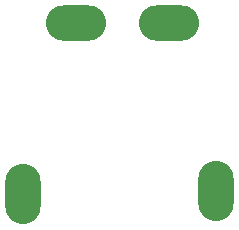
<source format=gbr>
%TF.GenerationSoftware,KiCad,Pcbnew,(5.1.10)-1*%
%TF.CreationDate,2022-03-13T21:43:14-05:00*%
%TF.ProjectId,ArmMotorPCB,41726d4d-6f74-46f7-9250-43422e6b6963,rev?*%
%TF.SameCoordinates,Original*%
%TF.FileFunction,Soldermask,Top*%
%TF.FilePolarity,Negative*%
%FSLAX46Y46*%
G04 Gerber Fmt 4.6, Leading zero omitted, Abs format (unit mm)*
G04 Created by KiCad (PCBNEW (5.1.10)-1) date 2022-03-13 21:43:14*
%MOMM*%
%LPD*%
G01*
G04 APERTURE LIST*
%ADD10O,3.000000X5.100000*%
%ADD11O,5.100000X3.000000*%
G04 APERTURE END LIST*
D10*
%TO.C,TP2*%
X129519400Y-63623000D03*
%TD*%
%TO.C,TP1*%
X145816600Y-63377000D03*
%TD*%
D11*
%TO.C,Conn1*%
X133932000Y-49150000D03*
X141832000Y-49150000D03*
%TD*%
M02*

</source>
